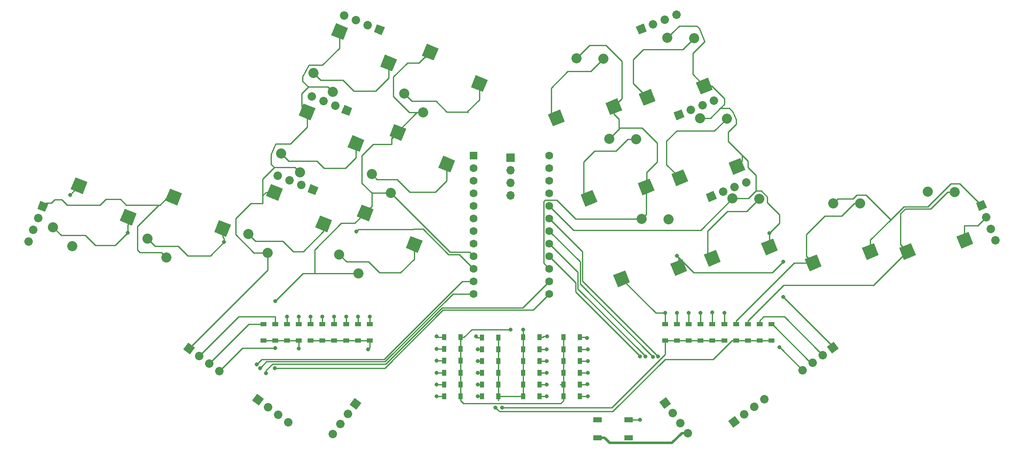
<source format=gbr>
G04 #@! TF.GenerationSoftware,KiCad,Pcbnew,(5.1.4)-1*
G04 #@! TF.CreationDate,2022-11-11T21:55:07-05:00*
G04 #@! TF.ProjectId,ThumbsUp,5468756d-6273-4557-902e-6b696361645f,rev?*
G04 #@! TF.SameCoordinates,Original*
G04 #@! TF.FileFunction,Copper,L2,Bot*
G04 #@! TF.FilePolarity,Positive*
%FSLAX46Y46*%
G04 Gerber Fmt 4.6, Leading zero omitted, Abs format (unit mm)*
G04 Created by KiCad (PCBNEW (5.1.4)-1) date 2022-11-11 21:55:07*
%MOMM*%
%LPD*%
G04 APERTURE LIST*
%ADD10R,1.800000X1.100000*%
%ADD11C,1.600000*%
%ADD12R,1.600000X1.600000*%
%ADD13C,1.700000*%
%ADD14C,1.700000*%
%ADD15C,0.100000*%
%ADD16C,2.600000*%
%ADD17C,2.032000*%
%ADD18R,1.700000X1.700000*%
%ADD19O,1.700000X1.700000*%
%ADD20R,1.200000X0.900000*%
%ADD21R,0.900000X1.200000*%
%ADD22C,0.800000*%
%ADD23C,0.508000*%
%ADD24C,0.250000*%
%ADD25C,0.254000*%
G04 APERTURE END LIST*
D10*
X164211000Y-225552000D03*
X170411000Y-229252000D03*
X164211000Y-229252000D03*
X170411000Y-225552000D03*
D11*
X154432000Y-172212000D03*
X154432000Y-174752000D03*
X154432000Y-177292000D03*
X154432000Y-179832000D03*
X154432000Y-182372000D03*
X154432000Y-184912000D03*
X154432000Y-187452000D03*
X154432000Y-189992000D03*
X154432000Y-192532000D03*
X154432000Y-195072000D03*
X154432000Y-197612000D03*
X154432000Y-200152000D03*
X139192000Y-200152000D03*
X139192000Y-197612000D03*
X139192000Y-195072000D03*
X139192000Y-192532000D03*
X139192000Y-189992000D03*
X139192000Y-187452000D03*
X139192000Y-184912000D03*
X139192000Y-182372000D03*
X139192000Y-179832000D03*
X139192000Y-177292000D03*
X139192000Y-174752000D03*
D12*
X139192000Y-172212000D03*
D13*
X194165141Y-177645498D03*
D14*
X194165141Y-177645498D02*
X194165141Y-177645498D01*
D13*
X191810094Y-178596999D03*
D14*
X191810094Y-178596999D02*
X191810094Y-178596999D01*
D13*
X189455047Y-179548499D03*
D14*
X189455047Y-179548499D02*
X189455047Y-179548499D01*
D13*
X187100000Y-180500000D03*
D15*
G36*
X188206522Y-180969691D02*
G01*
X186630309Y-181606522D01*
X185993478Y-180030309D01*
X187569691Y-179393478D01*
X188206522Y-180969691D01*
X188206522Y-180969691D01*
G37*
D13*
X241528381Y-182311090D03*
D15*
G36*
X241058690Y-183417612D02*
G01*
X240421859Y-181841399D01*
X241998072Y-181204568D01*
X242634903Y-182780781D01*
X241058690Y-183417612D01*
X241058690Y-183417612D01*
G37*
D13*
X242479882Y-184666137D03*
D14*
X242479882Y-184666137D02*
X242479882Y-184666137D01*
D13*
X243431382Y-187021184D03*
D14*
X243431382Y-187021184D02*
X243431382Y-187021184D01*
D13*
X244382883Y-189376231D03*
D14*
X244382883Y-189376231D02*
X244382883Y-189376231D01*
D13*
X172994345Y-146690649D03*
D15*
G36*
X174100867Y-147160340D02*
G01*
X172524654Y-147797171D01*
X171887823Y-146220958D01*
X173464036Y-145584127D01*
X174100867Y-147160340D01*
X174100867Y-147160340D01*
G37*
D13*
X175349392Y-145739148D03*
D14*
X175349392Y-145739148D02*
X175349392Y-145739148D01*
D13*
X177704439Y-144787648D03*
D14*
X177704439Y-144787648D02*
X177704439Y-144787648D01*
D13*
X180059486Y-143836147D03*
D14*
X180059486Y-143836147D02*
X180059486Y-143836147D01*
D13*
X180600000Y-164000000D03*
D15*
G36*
X181706522Y-164469691D02*
G01*
X180130309Y-165106522D01*
X179493478Y-163530309D01*
X181069691Y-162893478D01*
X181706522Y-164469691D01*
X181706522Y-164469691D01*
G37*
D13*
X182955047Y-163048499D03*
D14*
X182955047Y-163048499D02*
X182955047Y-163048499D01*
D13*
X185310094Y-162096999D03*
D14*
X185310094Y-162096999D02*
X185310094Y-162096999D01*
D13*
X187665141Y-161145498D03*
D14*
X187665141Y-161145498D02*
X187665141Y-161145498D01*
D13*
X182393643Y-228262834D03*
D14*
X182393643Y-228262834D02*
X182393643Y-228262834D01*
D13*
X180865033Y-226234299D03*
D14*
X180865033Y-226234299D02*
X180865033Y-226234299D01*
D13*
X179336423Y-224205765D03*
D14*
X179336423Y-224205765D02*
X179336423Y-224205765D01*
D13*
X177807813Y-222177231D03*
D15*
G36*
X177640516Y-223367614D02*
G01*
X176617430Y-222009934D01*
X177975110Y-220986848D01*
X178998196Y-222344528D01*
X177640516Y-223367614D01*
X177640516Y-223367614D01*
G37*
D16*
X238186938Y-189323428D03*
D15*
G36*
X238905288Y-187631100D02*
G01*
X239879266Y-190041778D01*
X237468588Y-191015756D01*
X236494610Y-188605078D01*
X238905288Y-187631100D01*
X238905288Y-187631100D01*
G37*
D17*
X236133916Y-179637189D03*
X230711323Y-179563136D03*
D16*
X226653830Y-191610330D03*
D15*
G36*
X227372180Y-189918002D02*
G01*
X228346158Y-192328680D01*
X225935480Y-193302658D01*
X224961502Y-190891980D01*
X227372180Y-189918002D01*
X227372180Y-189918002D01*
G37*
D16*
X185712716Y-158215455D03*
D15*
G36*
X186431066Y-156523127D02*
G01*
X187405044Y-158933805D01*
X184994366Y-159907783D01*
X184020388Y-157497105D01*
X186431066Y-156523127D01*
X186431066Y-156523127D01*
G37*
D17*
X183659694Y-148529216D03*
X178237101Y-148455163D03*
D16*
X174179608Y-160502357D03*
D15*
G36*
X174897958Y-158810029D02*
G01*
X175871936Y-161220707D01*
X173461258Y-162194685D01*
X172487280Y-159784007D01*
X174897958Y-158810029D01*
X174897958Y-158810029D01*
G37*
D16*
X192268331Y-174441172D03*
D15*
G36*
X192986681Y-172748844D02*
G01*
X193960659Y-175159522D01*
X191549981Y-176133500D01*
X190576003Y-173722822D01*
X192986681Y-172748844D01*
X192986681Y-172748844D01*
G37*
D17*
X190215309Y-164754933D03*
X184792716Y-164680880D03*
D16*
X180735223Y-176728074D03*
D15*
G36*
X181453573Y-175035746D02*
G01*
X182427551Y-177446424D01*
X180016873Y-178420402D01*
X179042895Y-176009724D01*
X181453573Y-175035746D01*
X181453573Y-175035746D01*
G37*
D16*
X198823946Y-190666890D03*
D15*
G36*
X199542296Y-188974562D02*
G01*
X200516274Y-191385240D01*
X198105596Y-192359218D01*
X197131618Y-189948540D01*
X199542296Y-188974562D01*
X199542296Y-188974562D01*
G37*
D17*
X196770924Y-180980651D03*
X191348331Y-180906598D03*
D16*
X187290838Y-192953792D03*
D15*
G36*
X188009188Y-191261464D02*
G01*
X188983166Y-193672142D01*
X186572488Y-194646120D01*
X185598510Y-192235442D01*
X188009188Y-191261464D01*
X188009188Y-191261464D01*
G37*
D16*
X219161004Y-191617731D03*
D15*
G36*
X219879354Y-189925403D02*
G01*
X220853332Y-192336081D01*
X218442654Y-193310059D01*
X217468676Y-190899381D01*
X219879354Y-189925403D01*
X219879354Y-189925403D01*
G37*
D17*
X217107982Y-181931492D03*
X211685389Y-181857439D03*
D16*
X207627896Y-193904633D03*
D15*
G36*
X208346246Y-192212305D02*
G01*
X209320224Y-194622983D01*
X206909546Y-195596961D01*
X205935568Y-193186283D01*
X208346246Y-192212305D01*
X208346246Y-192212305D01*
G37*
D13*
X205515141Y-215597906D03*
D14*
X205515141Y-215597906D02*
X205515141Y-215597906D01*
D13*
X207543676Y-214069296D03*
D14*
X207543676Y-214069296D02*
X207543676Y-214069296D01*
D13*
X209572210Y-212540686D03*
D14*
X209572210Y-212540686D02*
X209572210Y-212540686D01*
D13*
X211600744Y-211012076D03*
D15*
G36*
X210410361Y-210844779D02*
G01*
X211768041Y-209821693D01*
X212791127Y-211179373D01*
X211433447Y-212202459D01*
X210410361Y-210844779D01*
X210410361Y-210844779D01*
G37*
D13*
X87992618Y-215751511D03*
D14*
X87992618Y-215751511D02*
X87992618Y-215751511D01*
D13*
X85964083Y-214222901D03*
D14*
X85964083Y-214222901D02*
X85964083Y-214222901D01*
D13*
X83935549Y-212694291D03*
D14*
X83935549Y-212694291D02*
X83935549Y-212694291D01*
D13*
X81907015Y-211165681D03*
D15*
G36*
X82074312Y-212356064D02*
G01*
X80716632Y-211332978D01*
X81739718Y-209975298D01*
X83097398Y-210998384D01*
X82074312Y-212356064D01*
X82074312Y-212356064D01*
G37*
D13*
X52395205Y-182503276D03*
D15*
G36*
X51288683Y-182972967D02*
G01*
X51925514Y-181396754D01*
X53501727Y-182033585D01*
X52864896Y-183609798D01*
X51288683Y-182972967D01*
X51288683Y-182972967D01*
G37*
D13*
X51443704Y-184858323D03*
D14*
X51443704Y-184858323D02*
X51443704Y-184858323D01*
D13*
X50492204Y-187213370D03*
D14*
X50492204Y-187213370D02*
X50492204Y-187213370D01*
D13*
X49540703Y-189568417D03*
D14*
X49540703Y-189568417D02*
X49540703Y-189568417D01*
D13*
X120197799Y-146824591D03*
D15*
G36*
X119728108Y-145718069D02*
G01*
X121304321Y-146354900D01*
X120667490Y-147931113D01*
X119091277Y-147294282D01*
X119728108Y-145718069D01*
X119728108Y-145718069D01*
G37*
D13*
X117842752Y-145873090D03*
D14*
X117842752Y-145873090D02*
X117842752Y-145873090D01*
D13*
X115487705Y-144921590D03*
D14*
X115487705Y-144921590D02*
X115487705Y-144921590D01*
D13*
X113132658Y-143970089D03*
D14*
X113132658Y-143970089D02*
X113132658Y-143970089D01*
D13*
X113658765Y-163138249D03*
D15*
G36*
X113189074Y-162031727D02*
G01*
X114765287Y-162668558D01*
X114128456Y-164244771D01*
X112552243Y-163607940D01*
X113189074Y-162031727D01*
X113189074Y-162031727D01*
G37*
D13*
X111303718Y-162186748D03*
D14*
X111303718Y-162186748D02*
X111303718Y-162186748D01*
D13*
X108948671Y-161235248D03*
D14*
X108948671Y-161235248D02*
X108948671Y-161235248D01*
D13*
X106593624Y-160283747D03*
D14*
X106593624Y-160283747D02*
X106593624Y-160283747D01*
D13*
X99778867Y-176283747D03*
D14*
X99778867Y-176283747D02*
X99778867Y-176283747D01*
D13*
X102133914Y-177235248D03*
D14*
X102133914Y-177235248D02*
X102133914Y-177235248D01*
D13*
X104488961Y-178186748D03*
D14*
X104488961Y-178186748D02*
X104488961Y-178186748D01*
D13*
X106844008Y-179138249D03*
D15*
G36*
X106374317Y-178031727D02*
G01*
X107950530Y-178668558D01*
X107313699Y-180244771D01*
X105737486Y-179607940D01*
X106374317Y-178031727D01*
X106374317Y-178031727D01*
G37*
D16*
X112197605Y-147205393D03*
D15*
G36*
X110505277Y-147923743D02*
G01*
X111479255Y-145513065D01*
X113889933Y-146487043D01*
X112915955Y-148897721D01*
X110505277Y-147923743D01*
X110505277Y-147923743D01*
G37*
D17*
X106945799Y-155599240D03*
X110795044Y-159419359D03*
D16*
X122082444Y-153571904D03*
D15*
G36*
X120390116Y-154290254D02*
G01*
X121364094Y-151879576D01*
X123774772Y-152853554D01*
X122800794Y-155264232D01*
X120390116Y-154290254D01*
X120390116Y-154290254D01*
G37*
D16*
X173991610Y-178589843D03*
D15*
G36*
X174709960Y-176897515D02*
G01*
X175683938Y-179308193D01*
X173273260Y-180282171D01*
X172299282Y-177871493D01*
X174709960Y-176897515D01*
X174709960Y-176897515D01*
G37*
D17*
X171938588Y-168903604D03*
X166515995Y-168829551D03*
D16*
X162458502Y-180876745D03*
D15*
G36*
X163176852Y-179184417D02*
G01*
X164150830Y-181595095D01*
X161740152Y-182569073D01*
X160766174Y-180158395D01*
X163176852Y-179184417D01*
X163176852Y-179184417D01*
G37*
D16*
X59723382Y-178313366D03*
D15*
G36*
X58031054Y-179031716D02*
G01*
X59005032Y-176621038D01*
X61415710Y-177595016D01*
X60441732Y-180005694D01*
X58031054Y-179031716D01*
X58031054Y-179031716D01*
G37*
D17*
X54471576Y-186707213D03*
X58320821Y-190527332D03*
D16*
X69608221Y-184679877D03*
D15*
G36*
X67915893Y-185398227D02*
G01*
X68889871Y-182987549D01*
X71300549Y-183961527D01*
X70326571Y-186372205D01*
X67915893Y-185398227D01*
X67915893Y-185398227D01*
G37*
D16*
X78749316Y-180607669D03*
D15*
G36*
X77056988Y-181326019D02*
G01*
X78030966Y-178915341D01*
X80441644Y-179889319D01*
X79467666Y-182299997D01*
X77056988Y-181326019D01*
X77056988Y-181326019D01*
G37*
D17*
X73497510Y-189001516D03*
X77346755Y-192821635D03*
D16*
X88634155Y-186974180D03*
D15*
G36*
X86941827Y-187692530D02*
G01*
X87915805Y-185281852D01*
X90326483Y-186255830D01*
X89352505Y-188666508D01*
X86941827Y-187692530D01*
X86941827Y-187692530D01*
G37*
D16*
X99086374Y-179656828D03*
D15*
G36*
X97394046Y-180375178D02*
G01*
X98368024Y-177964500D01*
X100778702Y-178938478D01*
X99804724Y-181349156D01*
X97394046Y-180375178D01*
X97394046Y-180375178D01*
G37*
D17*
X93834568Y-188050675D03*
X97683813Y-191870794D03*
D16*
X108971213Y-186023339D03*
D15*
G36*
X107278885Y-186741689D02*
G01*
X108252863Y-184331011D01*
X110663541Y-185304989D01*
X109689563Y-187715667D01*
X107278885Y-186741689D01*
X107278885Y-186741689D01*
G37*
D16*
X180547225Y-194815560D03*
D15*
G36*
X181265575Y-193123232D02*
G01*
X182239553Y-195533910D01*
X179828875Y-196507888D01*
X178854897Y-194097210D01*
X181265575Y-193123232D01*
X181265575Y-193123232D01*
G37*
D17*
X178494203Y-185129321D03*
X173071610Y-185055268D03*
D16*
X169014117Y-197102462D03*
D15*
G36*
X169732467Y-195410134D02*
G01*
X170706445Y-197820812D01*
X168295767Y-198794790D01*
X167321789Y-196384112D01*
X169732467Y-195410134D01*
X169732467Y-195410134D01*
G37*
D16*
X130474326Y-151354063D03*
D15*
G36*
X128781998Y-152072413D02*
G01*
X129755976Y-149661735D01*
X132166654Y-150635713D01*
X131192676Y-153046391D01*
X128781998Y-152072413D01*
X128781998Y-152072413D01*
G37*
D17*
X125222520Y-159747910D03*
X129071765Y-163568029D03*
D16*
X140359165Y-157720574D03*
D15*
G36*
X138666837Y-158438924D02*
G01*
X139640815Y-156028246D01*
X142051493Y-157002224D01*
X141077515Y-159412902D01*
X138666837Y-158438924D01*
X138666837Y-158438924D01*
G37*
D16*
X117363095Y-183805498D03*
D15*
G36*
X115670767Y-184523848D02*
G01*
X116644745Y-182113170D01*
X119055423Y-183087148D01*
X118081445Y-185497826D01*
X115670767Y-184523848D01*
X115670767Y-184523848D01*
G37*
D17*
X112111289Y-192199345D03*
X115960534Y-196019464D03*
D16*
X127247934Y-190172009D03*
D15*
G36*
X125555606Y-190890359D02*
G01*
X126529584Y-188479681D01*
X128940262Y-189453659D01*
X127966284Y-191864337D01*
X125555606Y-190890359D01*
X125555606Y-190890359D01*
G37*
D16*
X123918710Y-167579781D03*
D15*
G36*
X122226382Y-168298131D02*
G01*
X123200360Y-165887453D01*
X125611038Y-166861431D01*
X124637060Y-169272109D01*
X122226382Y-168298131D01*
X122226382Y-168298131D01*
G37*
D17*
X118666904Y-175973628D03*
X122516149Y-179793747D03*
D16*
X133803549Y-173946292D03*
D15*
G36*
X132111221Y-174664642D02*
G01*
X133085199Y-172253964D01*
X135495877Y-173227942D01*
X134521899Y-175638620D01*
X132111221Y-174664642D01*
X132111221Y-174664642D01*
G37*
D16*
X167435995Y-162364125D03*
D15*
G36*
X168154345Y-160671797D02*
G01*
X169128323Y-163082475D01*
X166717645Y-164056453D01*
X165743667Y-161645775D01*
X168154345Y-160671797D01*
X168154345Y-160671797D01*
G37*
D17*
X165382973Y-152677886D03*
X159960380Y-152603833D03*
D16*
X155902887Y-164651027D03*
D15*
G36*
X156621237Y-162958699D02*
G01*
X157595215Y-165369377D01*
X155184537Y-166343355D01*
X154210559Y-163932677D01*
X156621237Y-162958699D01*
X156621237Y-162958699D01*
G37*
D16*
X105641989Y-163431110D03*
D15*
G36*
X103949661Y-164149460D02*
G01*
X104923639Y-161738782D01*
X107334317Y-162712760D01*
X106360339Y-165123438D01*
X103949661Y-164149460D01*
X103949661Y-164149460D01*
G37*
D17*
X100390183Y-171824957D03*
X104239428Y-175645076D03*
D16*
X115526828Y-169797621D03*
D15*
G36*
X113834500Y-170515971D02*
G01*
X114808478Y-168105293D01*
X117219156Y-169079271D01*
X116245178Y-171489949D01*
X113834500Y-170515971D01*
X113834500Y-170515971D01*
G37*
D13*
X101828320Y-226087050D03*
D14*
X101828320Y-226087050D02*
X101828320Y-226087050D01*
D13*
X99799785Y-224558440D03*
D14*
X99799785Y-224558440D02*
X99799785Y-224558440D01*
D13*
X97771251Y-223029830D03*
D14*
X97771251Y-223029830D02*
X97771251Y-223029830D01*
D13*
X95742717Y-221501220D03*
D15*
G36*
X95910014Y-222691603D02*
G01*
X94552334Y-221668517D01*
X95575420Y-220310837D01*
X96933100Y-221333923D01*
X95910014Y-222691603D01*
X95910014Y-222691603D01*
G37*
D18*
X146658765Y-172638249D03*
D19*
X146658765Y-175178249D03*
X146658765Y-177718249D03*
X146658765Y-180258249D03*
D13*
X191716901Y-226026163D03*
D15*
G36*
X192907284Y-226193460D02*
G01*
X191549604Y-227216546D01*
X190526518Y-225858866D01*
X191884198Y-224835780D01*
X192907284Y-226193460D01*
X192907284Y-226193460D01*
G37*
D13*
X193745435Y-224497553D03*
D14*
X193745435Y-224497553D02*
X193745435Y-224497553D01*
D13*
X195773969Y-222968943D03*
D14*
X195773969Y-222968943D02*
X195773969Y-222968943D01*
D13*
X197802504Y-221440333D03*
D14*
X197802504Y-221440333D02*
X197802504Y-221440333D01*
D13*
X110834284Y-228461436D03*
D14*
X110834284Y-228461436D02*
X110834284Y-228461436D01*
D13*
X112362894Y-226432901D03*
D14*
X112362894Y-226432901D02*
X112362894Y-226432901D01*
D13*
X113891504Y-224404367D03*
D14*
X113891504Y-224404367D02*
X113891504Y-224404367D01*
D13*
X115420114Y-222375833D03*
D15*
G36*
X114229731Y-222543130D02*
G01*
X115252817Y-221185450D01*
X116610497Y-222208536D01*
X115587411Y-223566216D01*
X114229731Y-222543130D01*
X114229731Y-222543130D01*
G37*
D20*
X194468750Y-206312500D03*
X194468750Y-209612500D03*
X192087500Y-206312500D03*
X192087500Y-209612500D03*
X180181250Y-206312500D03*
X180181250Y-209612500D03*
X182562500Y-206312500D03*
X182562500Y-209612500D03*
X184943750Y-206312500D03*
X184943750Y-209612500D03*
X187325000Y-206312500D03*
X187325000Y-209612500D03*
D21*
X160646250Y-211329000D03*
X157346250Y-211329000D03*
X160646250Y-213710250D03*
X157346250Y-213710250D03*
X160646250Y-216091500D03*
X157346250Y-216091500D03*
X160646250Y-218472750D03*
X157346250Y-218472750D03*
X152480000Y-211327750D03*
X149180000Y-211327750D03*
X152480000Y-213709000D03*
X149180000Y-213709000D03*
X152480000Y-216090250D03*
X149180000Y-216090250D03*
X152480000Y-218471500D03*
X149180000Y-218471500D03*
D20*
X199231250Y-206312500D03*
X199231250Y-209612500D03*
X196850000Y-206312500D03*
X196850000Y-209612500D03*
X189706250Y-206312500D03*
X189706250Y-209612500D03*
D21*
X160646250Y-220854000D03*
X157346250Y-220854000D03*
X152480000Y-220852750D03*
X149180000Y-220852750D03*
D20*
X177800000Y-206312500D03*
X177800000Y-209612500D03*
D21*
X160646250Y-208947750D03*
X157346250Y-208947750D03*
X152480000Y-208946500D03*
X149180000Y-208946500D03*
D20*
X118268750Y-206312500D03*
X118268750Y-209612500D03*
D21*
X133285500Y-208921750D03*
X136585500Y-208921750D03*
X140866500Y-208966500D03*
X144166500Y-208966500D03*
D20*
X96837500Y-206312500D03*
X96837500Y-209612500D03*
X99218750Y-206312500D03*
X99218750Y-209612500D03*
X106362500Y-206312500D03*
X106362500Y-209612500D03*
D21*
X133285500Y-220828000D03*
X136585500Y-220828000D03*
X140866500Y-220872750D03*
X144166500Y-220872750D03*
D20*
X101600000Y-206312500D03*
X101600000Y-209612500D03*
X103981250Y-206312500D03*
X103981250Y-209612500D03*
X115887500Y-206312500D03*
X115887500Y-209612500D03*
X113506250Y-206312500D03*
X113506250Y-209612500D03*
X111125000Y-206312500D03*
X111125000Y-209612500D03*
X108743750Y-206312500D03*
X108743750Y-209612500D03*
D21*
X133285500Y-211303000D03*
X136585500Y-211303000D03*
X133285500Y-213684250D03*
X136585500Y-213684250D03*
X133285500Y-216065500D03*
X136585500Y-216065500D03*
X133285500Y-218446750D03*
X136585500Y-218446750D03*
X140866500Y-211347750D03*
X144166500Y-211347750D03*
X140866500Y-213729000D03*
X144166500Y-213729000D03*
X140866500Y-216110250D03*
X144166500Y-216110250D03*
X140866500Y-218491500D03*
X144166500Y-218491500D03*
D22*
X140072750Y-218491500D03*
X149225000Y-207391000D03*
X140072750Y-216110250D03*
X140072750Y-213729000D03*
X140072750Y-211347750D03*
X131760500Y-218446750D03*
X146615043Y-207391000D03*
X131760500Y-216065500D03*
X131760500Y-213684250D03*
X131760500Y-211303000D03*
X108743750Y-204787500D03*
X117983000Y-211328000D03*
X144980013Y-223163491D03*
X111125000Y-204787500D03*
X113506250Y-204787500D03*
X115887500Y-204787500D03*
X88900000Y-189706250D03*
X103981250Y-204787500D03*
X104013004Y-211201000D03*
X143637002Y-223139000D03*
X69550000Y-187850000D03*
X101600000Y-204787500D03*
X140072750Y-220872750D03*
X131760500Y-220828000D03*
X106362500Y-204787500D03*
X139700000Y-208756250D03*
X131762500Y-208756250D03*
X118268750Y-204787500D03*
X153987500Y-208756250D03*
X162052000Y-209073750D03*
X177800000Y-203993750D03*
X153942500Y-220852750D03*
X162233750Y-220854000D03*
X189706250Y-203993750D03*
X153942500Y-218471500D03*
X153942500Y-216090250D03*
X153942500Y-213709000D03*
X153942500Y-211327750D03*
X162117966Y-218356965D03*
X162233750Y-216091500D03*
X162233750Y-213710250D03*
X162233750Y-211329000D03*
X187283098Y-203951848D03*
X184943750Y-203993750D03*
X184943750Y-203993750D03*
X182562500Y-203993750D03*
X180181250Y-203993750D03*
X95538069Y-214382235D03*
X57900000Y-180200000D03*
X96192779Y-215138117D03*
X99187000Y-215138000D03*
X97409000Y-216154000D03*
X99218750Y-201612500D03*
X99218750Y-211137500D03*
X115570000Y-187579000D03*
X198823946Y-187873946D03*
X200818750Y-210901515D03*
X180150002Y-192450000D03*
X201612500Y-193675000D03*
X201612500Y-200818750D03*
X176338135Y-212768953D03*
X175341773Y-212854314D03*
X173863000Y-212820299D03*
X172754566Y-212789862D03*
X172720000Y-225552000D03*
D23*
X165619000Y-229252000D02*
X164211000Y-229252000D01*
X166623001Y-230256001D02*
X165619000Y-229252000D01*
X179198395Y-230256001D02*
X166623001Y-230256001D01*
X181191562Y-228262834D02*
X179198395Y-230256001D01*
X182393643Y-228262834D02*
X181191562Y-228262834D01*
D24*
X140866500Y-218491500D02*
X140072750Y-218491500D01*
X144166500Y-208966500D02*
X144166500Y-220872750D01*
X149180000Y-208946500D02*
X149180000Y-220852750D01*
X144041500Y-208841500D02*
X144166500Y-208966500D01*
D25*
X144166500Y-221726750D02*
X144166500Y-220872750D01*
X144186500Y-220852750D02*
X144166500Y-220872750D01*
X149180000Y-220852750D02*
X144186500Y-220852750D01*
X149180000Y-208092500D02*
X149225000Y-208047500D01*
X149180000Y-208946500D02*
X149180000Y-208092500D01*
X149225000Y-208047500D02*
X149225000Y-207391000D01*
D24*
X140866500Y-216110250D02*
X140072750Y-216110250D01*
X140866500Y-213729000D02*
X140072750Y-213729000D01*
X140866500Y-211347750D02*
X140072750Y-211347750D01*
X133285500Y-218446750D02*
X131760500Y-218446750D01*
X136585500Y-208921750D02*
X136585500Y-220828000D01*
X157346250Y-208947750D02*
X157346250Y-220854000D01*
D25*
X157346250Y-218472750D02*
X156642250Y-218472750D01*
X136585500Y-221707250D02*
X136585500Y-220828000D01*
X137160000Y-222281750D02*
X136585500Y-221707250D01*
X156772500Y-222281750D02*
X137160000Y-222281750D01*
X157346250Y-220854000D02*
X157346250Y-221708000D01*
X157346250Y-221708000D02*
X156772500Y-222281750D01*
X146049358Y-207391000D02*
X146615043Y-207391000D01*
X137289500Y-208921750D02*
X138820250Y-207391000D01*
X138820250Y-207391000D02*
X146049358Y-207391000D01*
X136585500Y-208921750D02*
X137289500Y-208921750D01*
D24*
X133285500Y-216065500D02*
X131760500Y-216065500D01*
X133285500Y-213684250D02*
X131760500Y-213684250D01*
X133285500Y-211303000D02*
X132585500Y-211303000D01*
X132585500Y-211303000D02*
X131760500Y-211303000D01*
X108743750Y-204787500D02*
X108743750Y-206312500D01*
X189706250Y-209612500D02*
X177800000Y-209612500D01*
X106362500Y-209612500D02*
X118268750Y-209612500D01*
D25*
X118268750Y-209612500D02*
X118268750Y-211042250D01*
X118268750Y-211042250D02*
X117983000Y-211328000D01*
X177800000Y-209612500D02*
X177800000Y-212383050D01*
X177800000Y-212383050D02*
X167019559Y-223163491D01*
X167019559Y-223163491D02*
X145545698Y-223163491D01*
X145545698Y-223163491D02*
X144980013Y-223163491D01*
D24*
X111125000Y-204787500D02*
X111125000Y-206312500D01*
X113506250Y-204787500D02*
X113506250Y-206312500D01*
X115887500Y-204787500D02*
X115887500Y-206312500D01*
X88900000Y-188912500D02*
X88634155Y-188646655D01*
X88900000Y-189706250D02*
X88900000Y-188912500D01*
X88634155Y-186974180D02*
X88634155Y-188646655D01*
X74995994Y-190500000D02*
X73497510Y-189001516D01*
X79650000Y-190500000D02*
X74995994Y-190500000D01*
X81600000Y-192450000D02*
X79650000Y-190500000D01*
X88900000Y-189706250D02*
X86156250Y-192450000D01*
X86156250Y-192450000D02*
X81600000Y-192450000D01*
X103981250Y-204787500D02*
X103981250Y-206312500D01*
X199231250Y-209612500D02*
X192087500Y-209612500D01*
X103981250Y-209612500D02*
X96837500Y-209612500D01*
X103981250Y-209612500D02*
X103981250Y-211169246D01*
X103981250Y-211169246D02*
X104013004Y-211201000D01*
D25*
X192087500Y-209612500D02*
X191233500Y-209612500D01*
X144409414Y-223911412D02*
X144037001Y-223538999D01*
X191233500Y-209612500D02*
X187486000Y-213360000D01*
X187486000Y-213360000D02*
X177800000Y-213360000D01*
X144037001Y-223538999D02*
X143637002Y-223139000D01*
X167248588Y-223911412D02*
X144409414Y-223911412D01*
X177800000Y-213360000D02*
X167248588Y-223911412D01*
D24*
X69608221Y-186181972D02*
X69550000Y-186240193D01*
X69608221Y-184679877D02*
X69608221Y-186181972D01*
X69550000Y-186240193D02*
X69550000Y-187850000D01*
X69550000Y-187850000D02*
X67000000Y-190400000D01*
X67000000Y-190400000D02*
X63000000Y-190400000D01*
X63000000Y-190400000D02*
X60950000Y-188350000D01*
X56114363Y-188350000D02*
X54471576Y-186707213D01*
X60950000Y-188350000D02*
X56114363Y-188350000D01*
X101600000Y-204787500D02*
X101600000Y-206312500D01*
X122082444Y-153571904D02*
X122082444Y-156567556D01*
X122082444Y-156567556D02*
X119450000Y-159200000D01*
X119450000Y-159200000D02*
X115100000Y-159200000D01*
X115100000Y-159200000D02*
X112900000Y-157000000D01*
X108346559Y-157000000D02*
X106945799Y-155599240D01*
X112900000Y-157000000D02*
X108346559Y-157000000D01*
X140866500Y-220872750D02*
X140072750Y-220872750D01*
X115526828Y-171299716D02*
X115500000Y-171326544D01*
X115526828Y-169797621D02*
X115526828Y-171299716D01*
X115500000Y-171326544D02*
X115500000Y-172650000D01*
X115500000Y-172650000D02*
X113400000Y-174750000D01*
X113400000Y-174750000D02*
X109050000Y-174750000D01*
X109050000Y-174750000D02*
X107650000Y-173350000D01*
X101915226Y-173350000D02*
X100390183Y-171824957D01*
X107650000Y-173350000D02*
X101915226Y-173350000D01*
X133285500Y-220828000D02*
X131760500Y-220828000D01*
X100750000Y-189500000D02*
X95283893Y-189500000D01*
X104896647Y-191600000D02*
X102850000Y-191600000D01*
X95283893Y-189500000D02*
X94850567Y-189066674D01*
X108971213Y-187525434D02*
X104896647Y-191600000D01*
X94850567Y-189066674D02*
X93834568Y-188050675D01*
X102850000Y-191600000D02*
X100750000Y-189500000D01*
X108971213Y-186023339D02*
X108971213Y-187525434D01*
X106362500Y-204787500D02*
X106362500Y-206312500D01*
X99218750Y-204787500D02*
X99218750Y-206312500D01*
X83935549Y-212694291D02*
X91842340Y-204787500D01*
X91842340Y-204787500D02*
X99218750Y-204787500D01*
X85964083Y-213798417D02*
X85964083Y-214222901D01*
X93874484Y-206312500D02*
X96837500Y-206312500D01*
X85964083Y-214222901D02*
X93874484Y-206312500D01*
X126724610Y-161250000D02*
X125222520Y-159747910D01*
X131650000Y-161250000D02*
X126724610Y-161250000D01*
X140359165Y-159222669D02*
X140350000Y-159231834D01*
X140359165Y-157720574D02*
X140359165Y-159222669D01*
X140350000Y-159231834D02*
X140350000Y-160950000D01*
X137900000Y-163400000D02*
X133800000Y-163400000D01*
X133800000Y-163400000D02*
X131650000Y-161250000D01*
X138112500Y-163512500D02*
X137950000Y-163350000D01*
X140350000Y-160950000D02*
X137950000Y-163350000D01*
X137950000Y-163350000D02*
X137900000Y-163400000D01*
D25*
X140866500Y-208966500D02*
X139910250Y-208966500D01*
X139910250Y-208966500D02*
X139700000Y-208756250D01*
D24*
X133803549Y-173946292D02*
X133803549Y-177296451D01*
X133803549Y-177296451D02*
X131500000Y-179600000D01*
X131500000Y-179600000D02*
X126300000Y-179600000D01*
X126300000Y-179600000D02*
X123750000Y-177050000D01*
X119743276Y-177050000D02*
X118666904Y-175973628D01*
X123750000Y-177050000D02*
X119743276Y-177050000D01*
D25*
X133285500Y-208921750D02*
X131928000Y-208921750D01*
X131928000Y-208921750D02*
X131762500Y-208756250D01*
D24*
X113611944Y-193700000D02*
X112111289Y-192199345D01*
X118050000Y-193700000D02*
X113611944Y-193700000D01*
X120250000Y-195900000D02*
X118050000Y-193700000D01*
X124500000Y-195900000D02*
X120250000Y-195900000D01*
X127247934Y-190172009D02*
X127247934Y-193152066D01*
X127247934Y-193152066D02*
X124500000Y-195900000D01*
X118268750Y-204787500D02*
X118268750Y-206312500D01*
X154833553Y-163581693D02*
X154833553Y-158616447D01*
X155902887Y-164651027D02*
X154833553Y-163581693D01*
X154833553Y-158616447D02*
X158200000Y-155250000D01*
X162810859Y-155250000D02*
X165382973Y-152677886D01*
X158200000Y-155250000D02*
X162810859Y-155250000D01*
X155700000Y-164853914D02*
X155902887Y-164651027D01*
D25*
X153184000Y-208946500D02*
X153374250Y-208756250D01*
X152480000Y-208946500D02*
X153184000Y-208946500D01*
X153374250Y-208756250D02*
X153987500Y-208756250D01*
D24*
X161389168Y-179807411D02*
X161389168Y-173510832D01*
X162458502Y-180876745D02*
X161389168Y-179807411D01*
X161389168Y-173510832D02*
X163600000Y-171300000D01*
X163600000Y-171300000D02*
X167900000Y-171300000D01*
X170296396Y-168903604D02*
X171938588Y-168903604D01*
X167900000Y-171300000D02*
X170296396Y-168903604D01*
D25*
X160646250Y-208947750D02*
X161926000Y-208947750D01*
X161926000Y-208947750D02*
X162052000Y-209073750D01*
D24*
X169202462Y-197102462D02*
X169500000Y-197400000D01*
X169014117Y-197102462D02*
X169202462Y-197102462D01*
X169550000Y-197400000D02*
X168700000Y-198250000D01*
X169500000Y-197400000D02*
X169550000Y-197400000D01*
X168700000Y-198250000D02*
X168700000Y-198450000D01*
X177800000Y-203993750D02*
X177800000Y-206312500D01*
D25*
X175905405Y-203993750D02*
X169014117Y-197102462D01*
X177800000Y-203993750D02*
X175905405Y-203993750D01*
D24*
X181338910Y-150850000D02*
X183659694Y-148529216D01*
X173400000Y-150850000D02*
X181338910Y-150850000D01*
X171350000Y-152900000D02*
X173400000Y-150850000D01*
X174179608Y-160502357D02*
X171350000Y-157672749D01*
X171350000Y-157672749D02*
X171350000Y-152900000D01*
X152480000Y-220852750D02*
X153942500Y-220852750D01*
X187720242Y-167250000D02*
X190215309Y-164754933D01*
X180150000Y-167250000D02*
X187720242Y-167250000D01*
X178100000Y-169300000D02*
X180150000Y-167250000D01*
X180735223Y-176728074D02*
X178100000Y-174092851D01*
X178100000Y-174092851D02*
X178100000Y-169300000D01*
X160646250Y-220854000D02*
X162233750Y-220854000D01*
X194251575Y-183500000D02*
X196770924Y-180980651D01*
X190350000Y-183500000D02*
X194251575Y-183500000D01*
X186350000Y-187500000D02*
X190350000Y-183500000D01*
X187290838Y-192953792D02*
X186350000Y-192012954D01*
X186350000Y-192012954D02*
X186350000Y-187500000D01*
X189706250Y-206312500D02*
X189706250Y-203993750D01*
X208722211Y-211690687D02*
X209572210Y-212540686D01*
X201819024Y-204787500D02*
X208722211Y-211690687D01*
X197640625Y-204787500D02*
X201819024Y-204787500D01*
X196850000Y-206312500D02*
X196850000Y-205578125D01*
X196850000Y-205578125D02*
X197640625Y-204787500D01*
X207138046Y-214069296D02*
X207543676Y-214069296D01*
X199381250Y-206312500D02*
X207138046Y-214069296D01*
X199231250Y-206312500D02*
X199381250Y-206312500D01*
X152480000Y-218471500D02*
X153942500Y-218471500D01*
X152480000Y-216090250D02*
X153942500Y-216090250D01*
X152480000Y-213709000D02*
X153942500Y-213709000D01*
X152480000Y-211327750D02*
X153942500Y-211327750D01*
X162002181Y-218472750D02*
X162117966Y-218356965D01*
X160646250Y-218472750D02*
X162002181Y-218472750D01*
X160646250Y-216091500D02*
X162233750Y-216091500D01*
X160646250Y-213710250D02*
X162233750Y-213710250D01*
X160646250Y-211329000D02*
X162233750Y-211329000D01*
X187283098Y-206270598D02*
X187325000Y-206312500D01*
X187283098Y-203951848D02*
X187283098Y-206270598D01*
X184943750Y-203993750D02*
X184943750Y-206312500D01*
X182562500Y-203993750D02*
X182562500Y-206312500D01*
X180181250Y-206312500D02*
X180181250Y-203993750D01*
X215918508Y-181931492D02*
X217107982Y-181931492D01*
X213400000Y-184450000D02*
X215918508Y-181931492D01*
X209950000Y-184450000D02*
X213400000Y-184450000D01*
X206250000Y-188150000D02*
X209950000Y-184450000D01*
X207627896Y-193904633D02*
X206250000Y-192526737D01*
X206250000Y-192526737D02*
X206250000Y-188150000D01*
X206125801Y-193904633D02*
X207627896Y-193904633D01*
X203795367Y-193904633D02*
X206125801Y-193904633D01*
X192087500Y-205612500D02*
X203795367Y-193904633D01*
X192087500Y-206312500D02*
X192087500Y-205612500D01*
X225250000Y-190206500D02*
X226653830Y-191610330D01*
X225250000Y-183950000D02*
X225250000Y-190206500D01*
X226205980Y-182994020D02*
X225250000Y-183950000D01*
X231305980Y-182994020D02*
X226205980Y-182994020D01*
X236133916Y-179637189D02*
X234662811Y-179637189D01*
X234662811Y-179637189D02*
X231305980Y-182994020D01*
X225584496Y-192679664D02*
X226653830Y-191610330D01*
X219826660Y-198437500D02*
X225584496Y-192679664D01*
X201643750Y-198437500D02*
X219826660Y-198437500D01*
X194468750Y-206312500D02*
X194468750Y-205612500D01*
X194468750Y-205612500D02*
X201643750Y-198437500D01*
X63950000Y-182250000D02*
X65150000Y-181050000D01*
X53118862Y-181779619D02*
X54070381Y-181779619D01*
X69200000Y-182200000D02*
X76034315Y-182200000D01*
X52395205Y-182503276D02*
X53118862Y-181779619D01*
X54070381Y-181779619D02*
X54750000Y-181100000D01*
X68050000Y-181050000D02*
X69200000Y-182200000D01*
X65150000Y-181050000D02*
X68050000Y-181050000D01*
X54750000Y-181100000D02*
X56200000Y-181100000D01*
X56200000Y-181100000D02*
X57350000Y-182250000D01*
X57350000Y-182250000D02*
X63950000Y-182250000D01*
X75808003Y-182200000D02*
X76034315Y-182200000D01*
X71437500Y-186570503D02*
X75808003Y-182200000D01*
X71437500Y-191293750D02*
X71437500Y-186570503D01*
X71949386Y-191805636D02*
X71437500Y-191293750D01*
X77346755Y-192821635D02*
X76330756Y-191805636D01*
X76330756Y-191805636D02*
X71949386Y-191805636D01*
X78749316Y-180806934D02*
X78749316Y-180607669D01*
X78581250Y-180975000D02*
X78749316Y-180806934D01*
X76034315Y-182200000D02*
X77259315Y-180975000D01*
X77259315Y-180975000D02*
X78581250Y-180975000D01*
D25*
X139192000Y-197612000D02*
X136906000Y-197612000D01*
X136906000Y-197612000D02*
X121123031Y-213394969D01*
X121123031Y-213394969D02*
X96525335Y-213394969D01*
X95938068Y-213982236D02*
X95538069Y-214382235D01*
X96525335Y-213394969D02*
X95938068Y-213982236D01*
D24*
X59723382Y-178376618D02*
X59723382Y-178313366D01*
X57900000Y-180200000D02*
X59723382Y-178376618D01*
D25*
X96592778Y-214738118D02*
X96192779Y-215138117D01*
X97481916Y-213848980D02*
X96592778Y-214738118D01*
X135008068Y-200152000D02*
X121311088Y-213848980D01*
X139192000Y-200152000D02*
X135008068Y-200152000D01*
X121311088Y-213848980D02*
X97481916Y-213848980D01*
X121306204Y-215138000D02*
X99752685Y-215138000D01*
X154432000Y-200152000D02*
X151183990Y-203400010D01*
X151183990Y-203400010D02*
X133044194Y-203400010D01*
X133044194Y-203400010D02*
X121306204Y-215138000D01*
X99752685Y-215138000D02*
X99187000Y-215138000D01*
X154432000Y-197612000D02*
X149098001Y-202945999D01*
X97409000Y-215588315D02*
X97409000Y-216154000D01*
X121499147Y-214302989D02*
X98694326Y-214302989D01*
X98694326Y-214302989D02*
X97409000Y-215588315D01*
X149098001Y-202945999D02*
X132856136Y-202946000D01*
X132856136Y-202946000D02*
X121499147Y-214302989D01*
D24*
X122644897Y-168853594D02*
X123918710Y-167579781D01*
X122644897Y-169994897D02*
X122644897Y-168853594D01*
X129404992Y-152423397D02*
X129276603Y-152423397D01*
X130474326Y-151354063D02*
X129404992Y-152423397D01*
X129276603Y-152423397D02*
X128200000Y-153500000D01*
X99218750Y-201612500D02*
X104811786Y-196019464D01*
X122644897Y-168661353D02*
X122644897Y-169994897D01*
X129071765Y-163568029D02*
X127738221Y-163568029D01*
X127738221Y-163568029D02*
X122644897Y-168661353D01*
X121079309Y-179793747D02*
X122516149Y-179793747D01*
X118674997Y-179793747D02*
X121079309Y-179793747D01*
X116681250Y-177800000D02*
X118674997Y-179793747D01*
X116681250Y-172243750D02*
X116681250Y-177800000D01*
X122644897Y-169994897D02*
X118930103Y-169994897D01*
X118930103Y-169994897D02*
X116681250Y-172243750D01*
X127634315Y-153500000D02*
X128200000Y-153500000D01*
X125900000Y-153500000D02*
X127634315Y-153500000D01*
X123031250Y-156368750D02*
X125900000Y-153500000D01*
X123031250Y-160337500D02*
X123031250Y-156368750D01*
X129071765Y-163568029D02*
X126261779Y-163568029D01*
X126261779Y-163568029D02*
X123031250Y-160337500D01*
X104811786Y-196019464D02*
X107119464Y-196019464D01*
X107119464Y-196019464D02*
X115960534Y-196019464D01*
X107156250Y-195982678D02*
X107119464Y-196019464D01*
X112536355Y-185913645D02*
X107156250Y-191293750D01*
X107156250Y-191293750D02*
X107156250Y-195982678D01*
X117363095Y-183805498D02*
X115254948Y-185913645D01*
X115254948Y-185913645D02*
X112536355Y-185913645D01*
X118674997Y-182493596D02*
X117363095Y-183805498D01*
X118674997Y-179793747D02*
X118674997Y-182493596D01*
X92606629Y-211137500D02*
X87992618Y-215751511D01*
X99218750Y-211137500D02*
X92606629Y-211137500D01*
D25*
X123532148Y-180809746D02*
X122516149Y-179793747D01*
X134454403Y-191732001D02*
X123532148Y-180809746D01*
X138392001Y-191732001D02*
X134454403Y-191732001D01*
X139192000Y-192532000D02*
X138392001Y-191732001D01*
D24*
X105641989Y-163858011D02*
X105641989Y-163431110D01*
X99086374Y-179716458D02*
X99086374Y-179656828D01*
X104239428Y-175645076D02*
X103223429Y-174629077D01*
X103223429Y-174629077D02*
X99057729Y-174629077D01*
X97683813Y-195388883D02*
X81907015Y-211165681D01*
X97683813Y-191870794D02*
X97683813Y-195388883D01*
X105641989Y-164933205D02*
X105641989Y-163431110D01*
X105641989Y-166485404D02*
X105641989Y-164933205D01*
X98425000Y-173996348D02*
X98425000Y-172017413D01*
X99057729Y-174629077D02*
X98425000Y-173996348D01*
X98425000Y-172017413D02*
X99279665Y-169902044D01*
X99279665Y-169902044D02*
X99319209Y-169862500D01*
X99319209Y-169862500D02*
X102264893Y-169862500D01*
X102264893Y-169862500D02*
X105641989Y-166485404D01*
X104572655Y-162361776D02*
X105641989Y-163431110D01*
X104572655Y-159746095D02*
X104572655Y-162361776D01*
X105915390Y-158403360D02*
X104572655Y-159746095D01*
X110795044Y-159419359D02*
X109779045Y-158403360D01*
X109779045Y-158403360D02*
X105915390Y-158403360D01*
X104775000Y-157262970D02*
X104775000Y-156300611D01*
X105915390Y-158403360D02*
X104775000Y-157262970D01*
X104775000Y-156300611D02*
X106030254Y-153987500D01*
X106030254Y-153987500D02*
X108743750Y-153987500D01*
X112197605Y-148707488D02*
X112197605Y-147205393D01*
X108743750Y-153987500D02*
X112197605Y-150533645D01*
X112197605Y-150533645D02*
X112197605Y-148707488D01*
X96246973Y-191870794D02*
X97683813Y-191870794D01*
X94954775Y-191870794D02*
X96246973Y-191870794D01*
X99057729Y-174629077D02*
X96700000Y-176986806D01*
X94318750Y-181906250D02*
X91281250Y-184943750D01*
X96700000Y-181906250D02*
X94318750Y-181906250D01*
X91281250Y-184943750D02*
X91281250Y-188197269D01*
X91281250Y-188197269D02*
X94954775Y-191870794D01*
X97361922Y-179656828D02*
X96700000Y-180318750D01*
X99086374Y-179656828D02*
X97361922Y-179656828D01*
X96700000Y-176986806D02*
X96700000Y-180318750D01*
X96700000Y-180318750D02*
X96700000Y-181906250D01*
D25*
X116030828Y-187118172D02*
X115570000Y-187579000D01*
X136311347Y-192191347D02*
X134152347Y-192191347D01*
X139192000Y-195072000D02*
X136311347Y-192191347D01*
X134152347Y-192191347D02*
X129032000Y-187071000D01*
X129032000Y-187071000D02*
X127114411Y-187071000D01*
X127114411Y-187071000D02*
X127067239Y-187118172D01*
X127067239Y-187118172D02*
X116030828Y-187118172D01*
D24*
X193337665Y-173371838D02*
X193337665Y-172187665D01*
X192268331Y-174441172D02*
X193337665Y-173371838D01*
X193337665Y-172187665D02*
X192300000Y-171150000D01*
X198823946Y-190666890D02*
X198823946Y-187873946D01*
X194468750Y-173318750D02*
X192300000Y-171150000D01*
X194468750Y-174625000D02*
X194468750Y-173318750D01*
X196056250Y-176212500D02*
X194468750Y-174625000D01*
X196056250Y-179387500D02*
X196056250Y-176212500D01*
X191348331Y-180906598D02*
X194537152Y-180906598D01*
X194537152Y-180906598D02*
X196056250Y-179387500D01*
X197162455Y-179387500D02*
X196056250Y-179387500D01*
X198411447Y-180636492D02*
X197162455Y-179387500D01*
X198411447Y-181742697D02*
X198411447Y-180636492D01*
X200818750Y-184150000D02*
X198411447Y-181742697D01*
X198823946Y-187873946D02*
X200818750Y-185879142D01*
X200818750Y-185879142D02*
X200818750Y-184150000D01*
X192087500Y-165893750D02*
X190500000Y-167481250D01*
X186950370Y-164680880D02*
X188912500Y-162718750D01*
X188912500Y-162718750D02*
X190728779Y-162718750D01*
X190728779Y-162718750D02*
X191472823Y-163462794D01*
X190500000Y-167481250D02*
X190500000Y-169350000D01*
X184792716Y-164680880D02*
X186950370Y-164680880D01*
X191472823Y-163462794D02*
X192087500Y-164984174D01*
X190500000Y-169350000D02*
X192300000Y-171150000D01*
X192087500Y-164984174D02*
X192087500Y-165893750D01*
X187214811Y-158215455D02*
X185712716Y-158215455D01*
X189706250Y-160706894D02*
X187214811Y-158215455D01*
X188912500Y-162718750D02*
X189706250Y-161925000D01*
X189706250Y-161925000D02*
X189706250Y-160706894D01*
X179253100Y-147439164D02*
X178237101Y-148455163D01*
X180642264Y-146050000D02*
X179253100Y-147439164D01*
X183356250Y-155858989D02*
X183356250Y-151608671D01*
X185712716Y-158215455D02*
X183356250Y-155858989D01*
X183356250Y-151608671D02*
X185726004Y-149238918D01*
X185726004Y-149238918D02*
X184632568Y-146532568D01*
X184632568Y-146532568D02*
X184150000Y-146050000D01*
X184150000Y-146050000D02*
X180642264Y-146050000D01*
X201218749Y-211301514D02*
X205515141Y-215597906D01*
X200818750Y-210901515D02*
X201218749Y-211301514D01*
D25*
X191348331Y-180906598D02*
X184967513Y-187287416D01*
X159347416Y-187287416D02*
X171666416Y-187287416D01*
X154432000Y-182372000D02*
X159347416Y-187287416D01*
X184967513Y-187287416D02*
X171666416Y-187287416D01*
X171666416Y-187287416D02*
X171481530Y-187287416D01*
D24*
X167531994Y-162268126D02*
X167435995Y-162364125D01*
X173991610Y-177087748D02*
X174050000Y-177029358D01*
X173991610Y-178589843D02*
X173991610Y-177087748D01*
X174050000Y-177029358D02*
X174050000Y-175675218D01*
X174050000Y-175675218D02*
X174087609Y-175637609D01*
X180547225Y-194815560D02*
X180547225Y-192847223D01*
X180547225Y-192847223D02*
X180150002Y-192450000D01*
X180550001Y-192849999D02*
X180150002Y-192450000D01*
X183584896Y-195884894D02*
X180550001Y-192849999D01*
X199402606Y-195884894D02*
X183584896Y-195884894D01*
X201612500Y-193675000D02*
X199402606Y-195884894D01*
X173166083Y-166687500D02*
X168658046Y-166687500D01*
X176212500Y-169733917D02*
X173166083Y-166687500D01*
X174087609Y-175637609D02*
X176212500Y-173512718D01*
X176212500Y-173512718D02*
X176212500Y-169733917D01*
X167531994Y-167813552D02*
X166515995Y-168829551D01*
X168466523Y-164896748D02*
X168466523Y-166879023D01*
X167435995Y-163866220D02*
X168466523Y-164896748D01*
X167435995Y-162364125D02*
X167435995Y-163866220D01*
X168658046Y-166687500D02*
X168466523Y-166879023D01*
X168466523Y-166879023D02*
X167531994Y-167813552D01*
X169068750Y-160731370D02*
X167435995Y-162364125D01*
X169068750Y-153193750D02*
X169068750Y-160731370D01*
X165893750Y-150018750D02*
X169068750Y-153193750D01*
X159960380Y-152603833D02*
X162545463Y-150018750D01*
X162545463Y-150018750D02*
X165893750Y-150018750D01*
X173991610Y-184135268D02*
X173071610Y-185055268D01*
X173991610Y-178589843D02*
X173991610Y-184135268D01*
X211600744Y-210806994D02*
X211600744Y-211012076D01*
X201612500Y-200818750D02*
X211600744Y-210806994D01*
D25*
X153605041Y-181244999D02*
X155971999Y-181244999D01*
X153304999Y-181545041D02*
X153605041Y-181244999D01*
X154432000Y-195072000D02*
X153304999Y-193944999D01*
X153304999Y-193944999D02*
X153304999Y-181545041D01*
X159782268Y-185055268D02*
X173071610Y-185055268D01*
X155971999Y-181244999D02*
X159782268Y-185055268D01*
D24*
X219161004Y-191617731D02*
X219161004Y-189261004D01*
X240804724Y-181587433D02*
X241528381Y-182311090D01*
X237167291Y-177950000D02*
X240804724Y-181587433D01*
X235350000Y-177950000D02*
X237167291Y-177950000D01*
X230755990Y-182544010D02*
X235350000Y-177950000D01*
X225877998Y-182544010D02*
X230755990Y-182544010D01*
X219161004Y-189261004D02*
X223261004Y-185161004D01*
X223261004Y-185161004D02*
X225877998Y-182544010D01*
X218281250Y-180181250D02*
X223261004Y-185161004D01*
X216422390Y-180181250D02*
X218281250Y-180181250D01*
X215628640Y-180975000D02*
X216422390Y-180181250D01*
X211685389Y-181857439D02*
X212567828Y-180975000D01*
X212567828Y-180975000D02*
X215628640Y-180975000D01*
D25*
X161128033Y-197558851D02*
X175938136Y-212368954D01*
X175938136Y-212368954D02*
X176338135Y-212768953D01*
X161128033Y-191608033D02*
X161128033Y-197558851D01*
X154432000Y-184912000D02*
X161128033Y-191608033D01*
D24*
X238050000Y-189186490D02*
X238186938Y-189323428D01*
X238050000Y-186350000D02*
X238050000Y-189186490D01*
X240796019Y-186350000D02*
X242479882Y-184666137D01*
X238050000Y-186350000D02*
X240796019Y-186350000D01*
D25*
X175341773Y-212746811D02*
X175341773Y-212854314D01*
X174941774Y-212454315D02*
X175341773Y-212854314D01*
X154432000Y-187452000D02*
X160674022Y-193694022D01*
X160674022Y-198186563D02*
X174941774Y-212454315D01*
X160674022Y-193694022D02*
X160674022Y-198186563D01*
X160220011Y-195780011D02*
X160220011Y-199177310D01*
X173463001Y-212420300D02*
X173863000Y-212820299D01*
X154432000Y-189992000D02*
X160220011Y-195780011D01*
X160220011Y-199177310D02*
X173463001Y-212420300D01*
X172354567Y-212389863D02*
X172754566Y-212789862D01*
X159766000Y-197866000D02*
X159766000Y-199801296D01*
X154432000Y-192532000D02*
X159766000Y-197866000D01*
X159766000Y-199801296D02*
X172354567Y-212389863D01*
X172720000Y-225552000D02*
X170411000Y-225552000D01*
M02*

</source>
